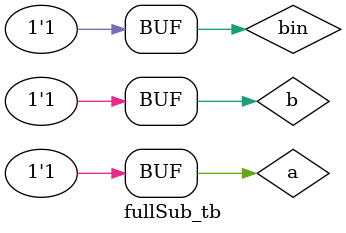
<source format=v>
`timescale 1ns/100ps

module fullSub_tb;
reg a,b,bin;
wire diff,borr;

full_subtractor uut(a,b,bin,diff,borr);

initial begin 

a=0;b=0;bin=0;#10;
a=0;b=0;bin=1;#10;
a=0;b=1;bin=0;#10;
a=0;b=1;bin=1;#10;
a=1;b=0;bin=0;#10;
a=1;b=0;bin=1;#10;
a=1;b=1;bin=0;#10;
a=1;b=1;bin=1;#10;

end
endmodule


</source>
